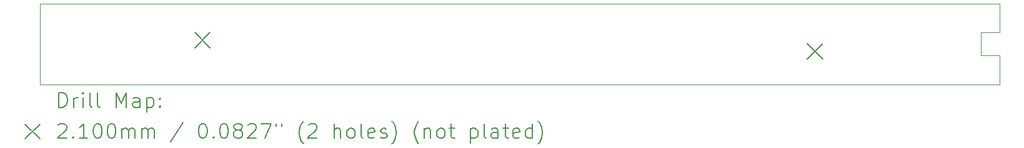
<source format=gbr>
%TF.GenerationSoftware,KiCad,Pcbnew,6.0.10-86aedd382b~118~ubuntu22.04.1*%
%TF.CreationDate,2023-01-18T19:19:44+01:00*%
%TF.ProjectId,IM72D128-Tube-PCB,494d3732-4431-4323-982d-547562652d50,rev?*%
%TF.SameCoordinates,Original*%
%TF.FileFunction,Drillmap*%
%TF.FilePolarity,Positive*%
%FSLAX45Y45*%
G04 Gerber Fmt 4.5, Leading zero omitted, Abs format (unit mm)*
G04 Created by KiCad (PCBNEW 6.0.10-86aedd382b~118~ubuntu22.04.1) date 2023-01-18 19:19:44*
%MOMM*%
%LPD*%
G01*
G04 APERTURE LIST*
%ADD10C,0.050000*%
%ADD11C,0.200000*%
%ADD12C,0.210000*%
G04 APERTURE END LIST*
D10*
X10000000Y-8900000D02*
X23000000Y-8900000D01*
X23000000Y-8900000D02*
X23000000Y-9295000D01*
X23000000Y-9605000D02*
X23000000Y-10000000D01*
X22750000Y-9605000D02*
X22750000Y-9295000D01*
X22750000Y-9295000D02*
X23000000Y-9295000D01*
X10000000Y-8900000D02*
X10000000Y-10000000D01*
X10000000Y-10000000D02*
X23000000Y-10000000D01*
X22750000Y-9605000D02*
X23000000Y-9605000D01*
D11*
D12*
X12095000Y-9295000D02*
X12305000Y-9505000D01*
X12305000Y-9295000D02*
X12095000Y-9505000D01*
X20395000Y-9445000D02*
X20605000Y-9655000D01*
X20605000Y-9445000D02*
X20395000Y-9655000D01*
D11*
X10255119Y-10312976D02*
X10255119Y-10112976D01*
X10302738Y-10112976D01*
X10331310Y-10122500D01*
X10350357Y-10141548D01*
X10359881Y-10160595D01*
X10369405Y-10198690D01*
X10369405Y-10227262D01*
X10359881Y-10265357D01*
X10350357Y-10284405D01*
X10331310Y-10303452D01*
X10302738Y-10312976D01*
X10255119Y-10312976D01*
X10455119Y-10312976D02*
X10455119Y-10179643D01*
X10455119Y-10217738D02*
X10464643Y-10198690D01*
X10474167Y-10189167D01*
X10493214Y-10179643D01*
X10512262Y-10179643D01*
X10578929Y-10312976D02*
X10578929Y-10179643D01*
X10578929Y-10112976D02*
X10569405Y-10122500D01*
X10578929Y-10132024D01*
X10588452Y-10122500D01*
X10578929Y-10112976D01*
X10578929Y-10132024D01*
X10702738Y-10312976D02*
X10683690Y-10303452D01*
X10674167Y-10284405D01*
X10674167Y-10112976D01*
X10807500Y-10312976D02*
X10788452Y-10303452D01*
X10778929Y-10284405D01*
X10778929Y-10112976D01*
X11036071Y-10312976D02*
X11036071Y-10112976D01*
X11102738Y-10255833D01*
X11169405Y-10112976D01*
X11169405Y-10312976D01*
X11350357Y-10312976D02*
X11350357Y-10208214D01*
X11340833Y-10189167D01*
X11321786Y-10179643D01*
X11283690Y-10179643D01*
X11264643Y-10189167D01*
X11350357Y-10303452D02*
X11331309Y-10312976D01*
X11283690Y-10312976D01*
X11264643Y-10303452D01*
X11255119Y-10284405D01*
X11255119Y-10265357D01*
X11264643Y-10246310D01*
X11283690Y-10236786D01*
X11331309Y-10236786D01*
X11350357Y-10227262D01*
X11445595Y-10179643D02*
X11445595Y-10379643D01*
X11445595Y-10189167D02*
X11464643Y-10179643D01*
X11502738Y-10179643D01*
X11521786Y-10189167D01*
X11531309Y-10198690D01*
X11540833Y-10217738D01*
X11540833Y-10274881D01*
X11531309Y-10293929D01*
X11521786Y-10303452D01*
X11502738Y-10312976D01*
X11464643Y-10312976D01*
X11445595Y-10303452D01*
X11626548Y-10293929D02*
X11636071Y-10303452D01*
X11626548Y-10312976D01*
X11617024Y-10303452D01*
X11626548Y-10293929D01*
X11626548Y-10312976D01*
X11626548Y-10189167D02*
X11636071Y-10198690D01*
X11626548Y-10208214D01*
X11617024Y-10198690D01*
X11626548Y-10189167D01*
X11626548Y-10208214D01*
X9797500Y-10542500D02*
X9997500Y-10742500D01*
X9997500Y-10542500D02*
X9797500Y-10742500D01*
X10245595Y-10552024D02*
X10255119Y-10542500D01*
X10274167Y-10532976D01*
X10321786Y-10532976D01*
X10340833Y-10542500D01*
X10350357Y-10552024D01*
X10359881Y-10571071D01*
X10359881Y-10590119D01*
X10350357Y-10618690D01*
X10236071Y-10732976D01*
X10359881Y-10732976D01*
X10445595Y-10713929D02*
X10455119Y-10723452D01*
X10445595Y-10732976D01*
X10436071Y-10723452D01*
X10445595Y-10713929D01*
X10445595Y-10732976D01*
X10645595Y-10732976D02*
X10531310Y-10732976D01*
X10588452Y-10732976D02*
X10588452Y-10532976D01*
X10569405Y-10561548D01*
X10550357Y-10580595D01*
X10531310Y-10590119D01*
X10769405Y-10532976D02*
X10788452Y-10532976D01*
X10807500Y-10542500D01*
X10817024Y-10552024D01*
X10826548Y-10571071D01*
X10836071Y-10609167D01*
X10836071Y-10656786D01*
X10826548Y-10694881D01*
X10817024Y-10713929D01*
X10807500Y-10723452D01*
X10788452Y-10732976D01*
X10769405Y-10732976D01*
X10750357Y-10723452D01*
X10740833Y-10713929D01*
X10731310Y-10694881D01*
X10721786Y-10656786D01*
X10721786Y-10609167D01*
X10731310Y-10571071D01*
X10740833Y-10552024D01*
X10750357Y-10542500D01*
X10769405Y-10532976D01*
X10959881Y-10532976D02*
X10978929Y-10532976D01*
X10997976Y-10542500D01*
X11007500Y-10552024D01*
X11017024Y-10571071D01*
X11026548Y-10609167D01*
X11026548Y-10656786D01*
X11017024Y-10694881D01*
X11007500Y-10713929D01*
X10997976Y-10723452D01*
X10978929Y-10732976D01*
X10959881Y-10732976D01*
X10940833Y-10723452D01*
X10931310Y-10713929D01*
X10921786Y-10694881D01*
X10912262Y-10656786D01*
X10912262Y-10609167D01*
X10921786Y-10571071D01*
X10931310Y-10552024D01*
X10940833Y-10542500D01*
X10959881Y-10532976D01*
X11112262Y-10732976D02*
X11112262Y-10599643D01*
X11112262Y-10618690D02*
X11121786Y-10609167D01*
X11140833Y-10599643D01*
X11169405Y-10599643D01*
X11188452Y-10609167D01*
X11197976Y-10628214D01*
X11197976Y-10732976D01*
X11197976Y-10628214D02*
X11207500Y-10609167D01*
X11226548Y-10599643D01*
X11255119Y-10599643D01*
X11274167Y-10609167D01*
X11283690Y-10628214D01*
X11283690Y-10732976D01*
X11378928Y-10732976D02*
X11378928Y-10599643D01*
X11378928Y-10618690D02*
X11388452Y-10609167D01*
X11407500Y-10599643D01*
X11436071Y-10599643D01*
X11455119Y-10609167D01*
X11464643Y-10628214D01*
X11464643Y-10732976D01*
X11464643Y-10628214D02*
X11474167Y-10609167D01*
X11493214Y-10599643D01*
X11521786Y-10599643D01*
X11540833Y-10609167D01*
X11550357Y-10628214D01*
X11550357Y-10732976D01*
X11940833Y-10523452D02*
X11769405Y-10780595D01*
X12197976Y-10532976D02*
X12217024Y-10532976D01*
X12236071Y-10542500D01*
X12245595Y-10552024D01*
X12255119Y-10571071D01*
X12264643Y-10609167D01*
X12264643Y-10656786D01*
X12255119Y-10694881D01*
X12245595Y-10713929D01*
X12236071Y-10723452D01*
X12217024Y-10732976D01*
X12197976Y-10732976D01*
X12178928Y-10723452D01*
X12169405Y-10713929D01*
X12159881Y-10694881D01*
X12150357Y-10656786D01*
X12150357Y-10609167D01*
X12159881Y-10571071D01*
X12169405Y-10552024D01*
X12178928Y-10542500D01*
X12197976Y-10532976D01*
X12350357Y-10713929D02*
X12359881Y-10723452D01*
X12350357Y-10732976D01*
X12340833Y-10723452D01*
X12350357Y-10713929D01*
X12350357Y-10732976D01*
X12483690Y-10532976D02*
X12502738Y-10532976D01*
X12521786Y-10542500D01*
X12531309Y-10552024D01*
X12540833Y-10571071D01*
X12550357Y-10609167D01*
X12550357Y-10656786D01*
X12540833Y-10694881D01*
X12531309Y-10713929D01*
X12521786Y-10723452D01*
X12502738Y-10732976D01*
X12483690Y-10732976D01*
X12464643Y-10723452D01*
X12455119Y-10713929D01*
X12445595Y-10694881D01*
X12436071Y-10656786D01*
X12436071Y-10609167D01*
X12445595Y-10571071D01*
X12455119Y-10552024D01*
X12464643Y-10542500D01*
X12483690Y-10532976D01*
X12664643Y-10618690D02*
X12645595Y-10609167D01*
X12636071Y-10599643D01*
X12626548Y-10580595D01*
X12626548Y-10571071D01*
X12636071Y-10552024D01*
X12645595Y-10542500D01*
X12664643Y-10532976D01*
X12702738Y-10532976D01*
X12721786Y-10542500D01*
X12731309Y-10552024D01*
X12740833Y-10571071D01*
X12740833Y-10580595D01*
X12731309Y-10599643D01*
X12721786Y-10609167D01*
X12702738Y-10618690D01*
X12664643Y-10618690D01*
X12645595Y-10628214D01*
X12636071Y-10637738D01*
X12626548Y-10656786D01*
X12626548Y-10694881D01*
X12636071Y-10713929D01*
X12645595Y-10723452D01*
X12664643Y-10732976D01*
X12702738Y-10732976D01*
X12721786Y-10723452D01*
X12731309Y-10713929D01*
X12740833Y-10694881D01*
X12740833Y-10656786D01*
X12731309Y-10637738D01*
X12721786Y-10628214D01*
X12702738Y-10618690D01*
X12817024Y-10552024D02*
X12826548Y-10542500D01*
X12845595Y-10532976D01*
X12893214Y-10532976D01*
X12912262Y-10542500D01*
X12921786Y-10552024D01*
X12931309Y-10571071D01*
X12931309Y-10590119D01*
X12921786Y-10618690D01*
X12807500Y-10732976D01*
X12931309Y-10732976D01*
X12997976Y-10532976D02*
X13131309Y-10532976D01*
X13045595Y-10732976D01*
X13197976Y-10532976D02*
X13197976Y-10571071D01*
X13274167Y-10532976D02*
X13274167Y-10571071D01*
X13569405Y-10809167D02*
X13559881Y-10799643D01*
X13540833Y-10771071D01*
X13531309Y-10752024D01*
X13521786Y-10723452D01*
X13512262Y-10675833D01*
X13512262Y-10637738D01*
X13521786Y-10590119D01*
X13531309Y-10561548D01*
X13540833Y-10542500D01*
X13559881Y-10513929D01*
X13569405Y-10504405D01*
X13636071Y-10552024D02*
X13645595Y-10542500D01*
X13664643Y-10532976D01*
X13712262Y-10532976D01*
X13731309Y-10542500D01*
X13740833Y-10552024D01*
X13750357Y-10571071D01*
X13750357Y-10590119D01*
X13740833Y-10618690D01*
X13626548Y-10732976D01*
X13750357Y-10732976D01*
X13988452Y-10732976D02*
X13988452Y-10532976D01*
X14074167Y-10732976D02*
X14074167Y-10628214D01*
X14064643Y-10609167D01*
X14045595Y-10599643D01*
X14017024Y-10599643D01*
X13997976Y-10609167D01*
X13988452Y-10618690D01*
X14197976Y-10732976D02*
X14178928Y-10723452D01*
X14169405Y-10713929D01*
X14159881Y-10694881D01*
X14159881Y-10637738D01*
X14169405Y-10618690D01*
X14178928Y-10609167D01*
X14197976Y-10599643D01*
X14226548Y-10599643D01*
X14245595Y-10609167D01*
X14255119Y-10618690D01*
X14264643Y-10637738D01*
X14264643Y-10694881D01*
X14255119Y-10713929D01*
X14245595Y-10723452D01*
X14226548Y-10732976D01*
X14197976Y-10732976D01*
X14378928Y-10732976D02*
X14359881Y-10723452D01*
X14350357Y-10704405D01*
X14350357Y-10532976D01*
X14531309Y-10723452D02*
X14512262Y-10732976D01*
X14474167Y-10732976D01*
X14455119Y-10723452D01*
X14445595Y-10704405D01*
X14445595Y-10628214D01*
X14455119Y-10609167D01*
X14474167Y-10599643D01*
X14512262Y-10599643D01*
X14531309Y-10609167D01*
X14540833Y-10628214D01*
X14540833Y-10647262D01*
X14445595Y-10666310D01*
X14617024Y-10723452D02*
X14636071Y-10732976D01*
X14674167Y-10732976D01*
X14693214Y-10723452D01*
X14702738Y-10704405D01*
X14702738Y-10694881D01*
X14693214Y-10675833D01*
X14674167Y-10666310D01*
X14645595Y-10666310D01*
X14626548Y-10656786D01*
X14617024Y-10637738D01*
X14617024Y-10628214D01*
X14626548Y-10609167D01*
X14645595Y-10599643D01*
X14674167Y-10599643D01*
X14693214Y-10609167D01*
X14769405Y-10809167D02*
X14778928Y-10799643D01*
X14797976Y-10771071D01*
X14807500Y-10752024D01*
X14817024Y-10723452D01*
X14826548Y-10675833D01*
X14826548Y-10637738D01*
X14817024Y-10590119D01*
X14807500Y-10561548D01*
X14797976Y-10542500D01*
X14778928Y-10513929D01*
X14769405Y-10504405D01*
X15131309Y-10809167D02*
X15121786Y-10799643D01*
X15102738Y-10771071D01*
X15093214Y-10752024D01*
X15083690Y-10723452D01*
X15074167Y-10675833D01*
X15074167Y-10637738D01*
X15083690Y-10590119D01*
X15093214Y-10561548D01*
X15102738Y-10542500D01*
X15121786Y-10513929D01*
X15131309Y-10504405D01*
X15207500Y-10599643D02*
X15207500Y-10732976D01*
X15207500Y-10618690D02*
X15217024Y-10609167D01*
X15236071Y-10599643D01*
X15264643Y-10599643D01*
X15283690Y-10609167D01*
X15293214Y-10628214D01*
X15293214Y-10732976D01*
X15417024Y-10732976D02*
X15397976Y-10723452D01*
X15388452Y-10713929D01*
X15378928Y-10694881D01*
X15378928Y-10637738D01*
X15388452Y-10618690D01*
X15397976Y-10609167D01*
X15417024Y-10599643D01*
X15445595Y-10599643D01*
X15464643Y-10609167D01*
X15474167Y-10618690D01*
X15483690Y-10637738D01*
X15483690Y-10694881D01*
X15474167Y-10713929D01*
X15464643Y-10723452D01*
X15445595Y-10732976D01*
X15417024Y-10732976D01*
X15540833Y-10599643D02*
X15617024Y-10599643D01*
X15569405Y-10532976D02*
X15569405Y-10704405D01*
X15578928Y-10723452D01*
X15597976Y-10732976D01*
X15617024Y-10732976D01*
X15836071Y-10599643D02*
X15836071Y-10799643D01*
X15836071Y-10609167D02*
X15855119Y-10599643D01*
X15893214Y-10599643D01*
X15912262Y-10609167D01*
X15921786Y-10618690D01*
X15931309Y-10637738D01*
X15931309Y-10694881D01*
X15921786Y-10713929D01*
X15912262Y-10723452D01*
X15893214Y-10732976D01*
X15855119Y-10732976D01*
X15836071Y-10723452D01*
X16045595Y-10732976D02*
X16026548Y-10723452D01*
X16017024Y-10704405D01*
X16017024Y-10532976D01*
X16207500Y-10732976D02*
X16207500Y-10628214D01*
X16197976Y-10609167D01*
X16178928Y-10599643D01*
X16140833Y-10599643D01*
X16121786Y-10609167D01*
X16207500Y-10723452D02*
X16188452Y-10732976D01*
X16140833Y-10732976D01*
X16121786Y-10723452D01*
X16112262Y-10704405D01*
X16112262Y-10685357D01*
X16121786Y-10666310D01*
X16140833Y-10656786D01*
X16188452Y-10656786D01*
X16207500Y-10647262D01*
X16274167Y-10599643D02*
X16350357Y-10599643D01*
X16302738Y-10532976D02*
X16302738Y-10704405D01*
X16312262Y-10723452D01*
X16331309Y-10732976D01*
X16350357Y-10732976D01*
X16493214Y-10723452D02*
X16474167Y-10732976D01*
X16436071Y-10732976D01*
X16417024Y-10723452D01*
X16407500Y-10704405D01*
X16407500Y-10628214D01*
X16417024Y-10609167D01*
X16436071Y-10599643D01*
X16474167Y-10599643D01*
X16493214Y-10609167D01*
X16502738Y-10628214D01*
X16502738Y-10647262D01*
X16407500Y-10666310D01*
X16674167Y-10732976D02*
X16674167Y-10532976D01*
X16674167Y-10723452D02*
X16655119Y-10732976D01*
X16617024Y-10732976D01*
X16597976Y-10723452D01*
X16588452Y-10713929D01*
X16578928Y-10694881D01*
X16578928Y-10637738D01*
X16588452Y-10618690D01*
X16597976Y-10609167D01*
X16617024Y-10599643D01*
X16655119Y-10599643D01*
X16674167Y-10609167D01*
X16750357Y-10809167D02*
X16759881Y-10799643D01*
X16778929Y-10771071D01*
X16788452Y-10752024D01*
X16797976Y-10723452D01*
X16807500Y-10675833D01*
X16807500Y-10637738D01*
X16797976Y-10590119D01*
X16788452Y-10561548D01*
X16778929Y-10542500D01*
X16759881Y-10513929D01*
X16750357Y-10504405D01*
M02*

</source>
